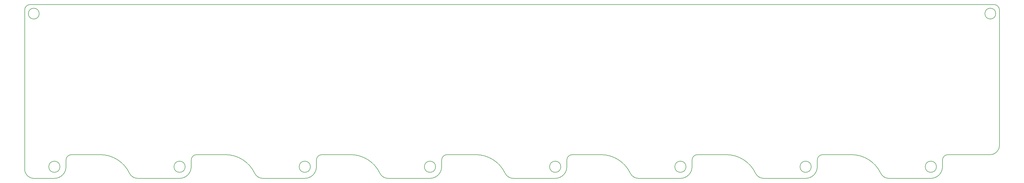
<source format=gbr>
G04 #@! TF.GenerationSoftware,KiCad,Pcbnew,5.0.2-bee76a0~70~ubuntu16.04.1*
G04 #@! TF.CreationDate,2019-11-05T16:02:50-05:00*
G04 #@! TF.ProjectId,DA_Board_1,44415f42-6f61-4726-945f-312e6b696361,rev?*
G04 #@! TF.SameCoordinates,Original*
G04 #@! TF.FileFunction,Profile,NP*
%FSLAX46Y46*%
G04 Gerber Fmt 4.6, Leading zero omitted, Abs format (unit mm)*
G04 Created by KiCad (PCBNEW 5.0.2-bee76a0~70~ubuntu16.04.1) date Tue 05 Nov 2019 04:02:50 PM EST*
%MOMM*%
%LPD*%
G01*
G04 APERTURE LIST*
%ADD10C,0.200000*%
G04 APERTURE END LIST*
D10*
X223199868Y-183304523D02*
G75*
G03X223199868Y-183304523I-1955800J0D01*
G01*
X179511868Y-183304523D02*
G75*
G03X179511868Y-183304523I-1955800J0D01*
G01*
X270901068Y-179070000D02*
X280860500Y-179070000D01*
X291126175Y-185556618D02*
G75*
G03X280860500Y-179070000I-10265675J-4879882D01*
G01*
X352308068Y-187368523D02*
X337681682Y-187368523D01*
X266887868Y-183304523D02*
G75*
G03X266887868Y-183304523I-1955800J0D01*
G01*
X135823868Y-183304523D02*
G75*
G03X135823868Y-183304523I-1955800J0D01*
G01*
X92135868Y-183304523D02*
G75*
G03X92135868Y-183304523I-1955800J0D01*
G01*
X247438175Y-185556618D02*
G75*
G03X237172500Y-179070000I-10265675J-4879882D01*
G01*
X247438175Y-185556618D02*
G75*
G03X250305682Y-187368523I2867507J1363095D01*
G01*
X46492068Y-187368523D02*
G75*
G03X50556068Y-183304523I0J4064000D01*
G01*
X50556068Y-183304523D02*
X50556068Y-180975000D01*
X52461068Y-179070000D02*
G75*
G03X50556068Y-180975000I0J-1905000D01*
G01*
X354263868Y-183304523D02*
G75*
G03X354263868Y-183304523I-1955800J0D01*
G01*
X116374175Y-185556618D02*
G75*
G03X119241682Y-187368523I2867507J1363095D01*
G01*
X133868068Y-187368523D02*
X119241682Y-187368523D01*
X133868068Y-187368523D02*
G75*
G03X137932068Y-183304523I0J4064000D01*
G01*
X52461068Y-179070000D02*
X62420500Y-179070000D01*
X72686175Y-185556618D02*
G75*
G03X62420500Y-179070000I-10265675J-4879882D01*
G01*
X72686175Y-185556618D02*
G75*
G03X75553682Y-187368523I2867507J1363095D01*
G01*
X137932068Y-183304523D02*
X137932068Y-180975000D01*
X139837068Y-179070000D02*
G75*
G03X137932068Y-180975000I0J-1905000D01*
G01*
X139837068Y-179070000D02*
X149796500Y-179070000D01*
X160062175Y-185556618D02*
G75*
G03X149796500Y-179070000I-10265675J-4879882D01*
G01*
X160062175Y-185556618D02*
G75*
G03X162929682Y-187368523I2867507J1363095D01*
G01*
X177556068Y-187368523D02*
X162929682Y-187368523D01*
X36131500Y-184193523D02*
X36131500Y-128462257D01*
X36131500Y-184193523D02*
G75*
G03X39306500Y-187368523I3175000J0D01*
G01*
X46492068Y-187368523D02*
X39306500Y-187368523D01*
X358277068Y-179070000D02*
G75*
G03X356372068Y-180975000I0J-1905000D01*
G01*
X358277068Y-179070000D02*
X373062500Y-179070000D01*
X373062500Y-179070000D02*
G75*
G03X376237500Y-175895000I0J3175000D01*
G01*
X376237500Y-128462257D02*
X376237500Y-175895000D01*
X227213068Y-179070000D02*
G75*
G03X225308068Y-180975000I0J-1905000D01*
G01*
X227213068Y-179070000D02*
X237172500Y-179070000D01*
X90180068Y-187368523D02*
X75553682Y-187368523D01*
X90180068Y-187368523D02*
G75*
G03X94244068Y-183304523I0J4064000D01*
G01*
X94244068Y-183304523D02*
X94244068Y-180975000D01*
X268996068Y-183304523D02*
X268996068Y-180975000D01*
X270901068Y-179070000D02*
G75*
G03X268996068Y-180975000I0J-1905000D01*
G01*
X376237500Y-128462257D02*
G75*
G03X374345200Y-126569957I-1892300J0D01*
G01*
X38023800Y-126569957D02*
X374345200Y-126569957D01*
X38023800Y-126569957D02*
G75*
G03X36131500Y-128462257I0J-1892300D01*
G01*
X183525068Y-179070000D02*
X193484500Y-179070000D01*
X203750175Y-185556618D02*
G75*
G03X193484500Y-179070000I-10265675J-4879882D01*
G01*
X203750175Y-185556618D02*
G75*
G03X206617682Y-187368523I2867507J1363095D01*
G01*
X264932068Y-187368523D02*
X250305682Y-187368523D01*
X264932068Y-187368523D02*
G75*
G03X268996068Y-183304523I0J4064000D01*
G01*
X374954800Y-129744957D02*
G75*
G03X374954800Y-129744957I-1892300J0D01*
G01*
X352308068Y-187368523D02*
G75*
G03X356372068Y-183304523I0J4064000D01*
G01*
X356372068Y-183304523D02*
X356372068Y-180975000D01*
X221244068Y-187368523D02*
X206617682Y-187368523D01*
X221244068Y-187368523D02*
G75*
G03X225308068Y-183304523I0J4064000D01*
G01*
X225308068Y-183304523D02*
X225308068Y-180975000D01*
X177556068Y-187368523D02*
G75*
G03X181620068Y-183304523I0J4064000D01*
G01*
X181620068Y-183304523D02*
X181620068Y-180975000D01*
X183525068Y-179070000D02*
G75*
G03X181620068Y-180975000I0J-1905000D01*
G01*
X291126175Y-185556618D02*
G75*
G03X293993682Y-187368523I2867507J1363095D01*
G01*
X308620068Y-187368523D02*
X293993682Y-187368523D01*
X308620068Y-187368523D02*
G75*
G03X312684068Y-183304523I0J4064000D01*
G01*
X312684068Y-183304523D02*
X312684068Y-180975000D01*
X334814175Y-185556618D02*
G75*
G03X324548500Y-179070000I-10265675J-4879882D01*
G01*
X334814175Y-185556618D02*
G75*
G03X337681682Y-187368523I2867507J1363095D01*
G01*
X48447868Y-183304523D02*
G75*
G03X48447868Y-183304523I-1955800J0D01*
G01*
X310575868Y-183304523D02*
G75*
G03X310575868Y-183304523I-1955800J0D01*
G01*
X314589068Y-179070000D02*
G75*
G03X312684068Y-180975000I0J-1905000D01*
G01*
X314589068Y-179070000D02*
X324548500Y-179070000D01*
X96149068Y-179070000D02*
G75*
G03X94244068Y-180975000I0J-1905000D01*
G01*
X96149068Y-179070000D02*
X106108500Y-179070000D01*
X116374175Y-185556618D02*
G75*
G03X106108500Y-179070000I-10265675J-4879882D01*
G01*
X41201432Y-129752234D02*
G75*
G03X41201432Y-129752234I-1892300J0D01*
G01*
M02*

</source>
